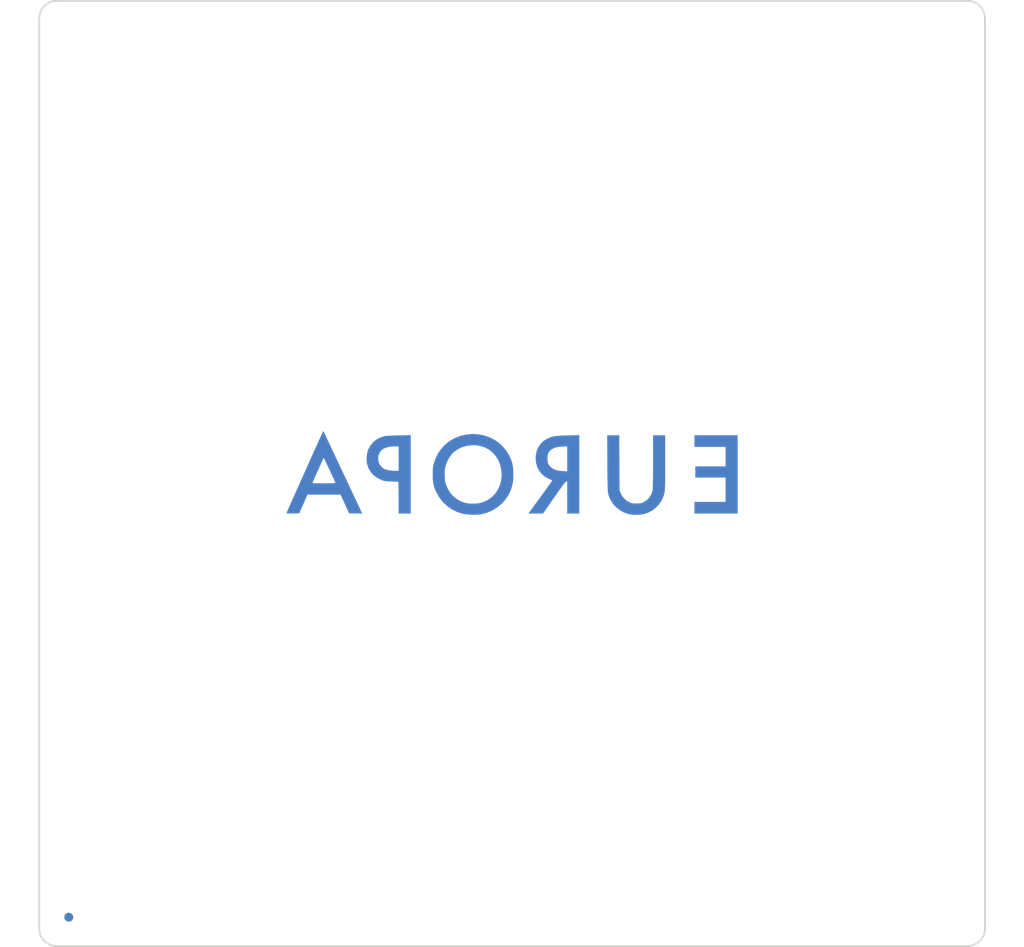
<source format=kicad_pcb>
(kicad_pcb (version 20171130) (host pcbnew "(5.1.6)-1")

  (general
    (thickness 1.6)
    (drawings 8)
    (tracks 0)
    (zones 0)
    (modules 10)
    (nets 2)
  )

  (page A4)
  (layers
    (0 F.Cu signal)
    (31 B.Cu signal)
    (32 B.Adhes user)
    (33 F.Adhes user)
    (34 B.Paste user)
    (35 F.Paste user)
    (36 B.SilkS user)
    (37 F.SilkS user)
    (38 B.Mask user)
    (39 F.Mask user)
    (40 Dwgs.User user)
    (41 Cmts.User user)
    (42 Eco1.User user)
    (43 Eco2.User user)
    (44 Edge.Cuts user)
    (45 Margin user)
    (46 B.CrtYd user)
    (47 F.CrtYd user)
    (48 B.Fab user)
    (49 F.Fab user)
  )

  (setup
    (last_trace_width 0.25)
    (trace_clearance 0.2)
    (zone_clearance 0.508)
    (zone_45_only no)
    (trace_min 0.2)
    (via_size 0.8)
    (via_drill 0.4)
    (via_min_size 0.4)
    (via_min_drill 0.3)
    (uvia_size 0.3)
    (uvia_drill 0.1)
    (uvias_allowed no)
    (uvia_min_size 0.2)
    (uvia_min_drill 0.1)
    (edge_width 0.05)
    (segment_width 0.2)
    (pcb_text_width 0.3)
    (pcb_text_size 1.5 1.5)
    (mod_edge_width 0.12)
    (mod_text_size 1 1)
    (mod_text_width 0.15)
    (pad_size 1.524 1.524)
    (pad_drill 0.762)
    (pad_to_mask_clearance 0.051)
    (solder_mask_min_width 0.25)
    (aux_axis_origin 0 0)
    (visible_elements 7FFFFFFF)
    (pcbplotparams
      (layerselection 0x010f0_ffffffff)
      (usegerberextensions true)
      (usegerberattributes false)
      (usegerberadvancedattributes false)
      (creategerberjobfile false)
      (excludeedgelayer true)
      (linewidth 0.100000)
      (plotframeref false)
      (viasonmask false)
      (mode 1)
      (useauxorigin false)
      (hpglpennumber 1)
      (hpglpenspeed 20)
      (hpglpendiameter 15.000000)
      (psnegative false)
      (psa4output false)
      (plotreference true)
      (plotvalue true)
      (plotinvisibletext false)
      (padsonsilk false)
      (subtractmaskfromsilk true)
      (outputformat 1)
      (mirror false)
      (drillshape 0)
      (scaleselection 1)
      (outputdirectory "Gerbers/"))
  )

  (net 0 "")
  (net 1 GND)

  (net_class Default "Ceci est la Netclass par défaut."
    (clearance 0.2)
    (trace_width 0.25)
    (via_dia 0.8)
    (via_drill 0.4)
    (uvia_dia 0.3)
    (uvia_drill 0.1)
    (add_net GND)
  )

  (module MountingHole:MountingHole_3.2mm_M3 (layer F.Cu) (tedit 56D1B4CB) (tstamp 5F4156F2)
    (at 110.37125 97.7275)
    (descr "Mounting Hole 3.2mm, no annular, M3")
    (tags "mounting hole 3.2mm no annular m3")
    (attr virtual)
    (fp_text reference REF** (at 0 -4.2) (layer Dwgs.User)
      (effects (font (size 1 1) (thickness 0.15)))
    )
    (fp_text value MountingHole_3.2mm_M3 (at 0 4.2) (layer F.Fab)
      (effects (font (size 1 1) (thickness 0.15)))
    )
    (fp_text user %R (at 0.3 0) (layer F.Fab)
      (effects (font (size 1 1) (thickness 0.15)))
    )
    (fp_circle (center 0 0) (end 3.2 0) (layer Cmts.User) (width 0.15))
    (fp_circle (center 0 0) (end 3.45 0) (layer F.CrtYd) (width 0.05))
    (pad 1 np_thru_hole circle (at 0 0) (size 3.2 3.2) (drill 3.2) (layers *.Cu *.Mask))
  )

  (module MountingHole:MountingHole_3.2mm_M3 (layer F.Cu) (tedit 56D1B4CB) (tstamp 5F4156C6)
    (at 110.37125 146.7275)
    (descr "Mounting Hole 3.2mm, no annular, M3")
    (tags "mounting hole 3.2mm no annular m3")
    (attr virtual)
    (fp_text reference REF** (at 0 -4.2) (layer Dwgs.User)
      (effects (font (size 1 1) (thickness 0.15)))
    )
    (fp_text value MountingHole_3.2mm_M3 (at 0 4.2) (layer F.Fab)
      (effects (font (size 1 1) (thickness 0.15)))
    )
    (fp_text user %R (at 0.3 0) (layer F.Fab)
      (effects (font (size 1 1) (thickness 0.15)))
    )
    (fp_circle (center 0 0) (end 3.2 0) (layer Cmts.User) (width 0.15))
    (fp_circle (center 0 0) (end 3.45 0) (layer F.CrtYd) (width 0.05))
    (pad 1 np_thru_hole circle (at 0 0) (size 3.2 3.2) (drill 3.2) (layers *.Cu *.Mask))
  )

  (module MountingHole:MountingHole_3.2mm_M3 (layer F.Cu) (tedit 56D1B4CB) (tstamp 5F41569A)
    (at 159.37125 146.7275)
    (descr "Mounting Hole 3.2mm, no annular, M3")
    (tags "mounting hole 3.2mm no annular m3")
    (attr virtual)
    (fp_text reference REF** (at 0 -4.2) (layer Dwgs.User)
      (effects (font (size 1 1) (thickness 0.15)))
    )
    (fp_text value MountingHole_3.2mm_M3 (at 0 4.2) (layer F.Fab)
      (effects (font (size 1 1) (thickness 0.15)))
    )
    (fp_text user %R (at 0.3 0) (layer F.Fab)
      (effects (font (size 1 1) (thickness 0.15)))
    )
    (fp_circle (center 0 0) (end 3.2 0) (layer Cmts.User) (width 0.15))
    (fp_circle (center 0 0) (end 3.45 0) (layer F.CrtYd) (width 0.05))
    (pad 1 np_thru_hole circle (at 0 0) (size 3.2 3.2) (drill 3.2) (layers *.Cu *.Mask))
  )

  (module MountingHole:MountingHole_3.2mm_M3 (layer F.Cu) (tedit 56D1B4CB) (tstamp 5F41566E)
    (at 208.37125 146.7275)
    (descr "Mounting Hole 3.2mm, no annular, M3")
    (tags "mounting hole 3.2mm no annular m3")
    (attr virtual)
    (fp_text reference REF** (at 0 -4.2) (layer Dwgs.User)
      (effects (font (size 1 1) (thickness 0.15)))
    )
    (fp_text value MountingHole_3.2mm_M3 (at 0 4.2) (layer F.Fab)
      (effects (font (size 1 1) (thickness 0.15)))
    )
    (fp_text user %R (at 0.3 0) (layer F.Fab)
      (effects (font (size 1 1) (thickness 0.15)))
    )
    (fp_circle (center 0 0) (end 3.2 0) (layer Cmts.User) (width 0.15))
    (fp_circle (center 0 0) (end 3.45 0) (layer F.CrtYd) (width 0.05))
    (pad 1 np_thru_hole circle (at 0 0) (size 3.2 3.2) (drill 3.2) (layers *.Cu *.Mask))
  )

  (module MountingHole:MountingHole_3.2mm_M3 (layer F.Cu) (tedit 56D1B4CB) (tstamp 5F415642)
    (at 208.37125 97.7275)
    (descr "Mounting Hole 3.2mm, no annular, M3")
    (tags "mounting hole 3.2mm no annular m3")
    (attr virtual)
    (fp_text reference REF** (at 0 -4.2) (layer Dwgs.User)
      (effects (font (size 1 1) (thickness 0.15)))
    )
    (fp_text value MountingHole_3.2mm_M3 (at 0 4.2) (layer F.Fab)
      (effects (font (size 1 1) (thickness 0.15)))
    )
    (fp_text user %R (at 0.3 0) (layer F.Fab)
      (effects (font (size 1 1) (thickness 0.15)))
    )
    (fp_circle (center 0 0) (end 3.2 0) (layer Cmts.User) (width 0.15))
    (fp_circle (center 0 0) (end 3.45 0) (layer F.CrtYd) (width 0.05))
    (pad 1 np_thru_hole circle (at 0 0) (size 3.2 3.2) (drill 3.2) (layers *.Cu *.Mask))
  )

  (module MountingHole:MountingHole_3.2mm_M3 (layer F.Cu) (tedit 56D1B4CB) (tstamp 5F415616)
    (at 208.37125 48.7275)
    (descr "Mounting Hole 3.2mm, no annular, M3")
    (tags "mounting hole 3.2mm no annular m3")
    (attr virtual)
    (fp_text reference REF** (at 0 -4.2) (layer Dwgs.User)
      (effects (font (size 1 1) (thickness 0.15)))
    )
    (fp_text value MountingHole_3.2mm_M3 (at 0 4.2) (layer F.Fab)
      (effects (font (size 1 1) (thickness 0.15)))
    )
    (fp_text user %R (at 0.3 0) (layer F.Fab)
      (effects (font (size 1 1) (thickness 0.15)))
    )
    (fp_circle (center 0 0) (end 3.2 0) (layer Cmts.User) (width 0.15))
    (fp_circle (center 0 0) (end 3.45 0) (layer F.CrtYd) (width 0.05))
    (pad 1 np_thru_hole circle (at 0 0) (size 3.2 3.2) (drill 3.2) (layers *.Cu *.Mask))
  )

  (module MountingHole:MountingHole_3.2mm_M3 (layer F.Cu) (tedit 56D1B4CB) (tstamp 5F4155E0)
    (at 159.37125 48.7275)
    (descr "Mounting Hole 3.2mm, no annular, M3")
    (tags "mounting hole 3.2mm no annular m3")
    (attr virtual)
    (fp_text reference REF** (at 0 -4.2) (layer Dwgs.User)
      (effects (font (size 1 1) (thickness 0.15)))
    )
    (fp_text value MountingHole_3.2mm_M3 (at 0 4.2) (layer F.Fab)
      (effects (font (size 1 1) (thickness 0.15)))
    )
    (fp_text user %R (at 0.3 0) (layer F.Fab)
      (effects (font (size 1 1) (thickness 0.15)))
    )
    (fp_circle (center 0 0) (end 3.2 0) (layer Cmts.User) (width 0.15))
    (fp_circle (center 0 0) (end 3.45 0) (layer F.CrtYd) (width 0.05))
    (pad 1 np_thru_hole circle (at 0 0) (size 3.2 3.2) (drill 3.2) (layers *.Cu *.Mask))
  )

  (module MountingHole:MountingHole_3.2mm_M3 (layer F.Cu) (tedit 56D1B4CB) (tstamp 5F415408)
    (at 110.37125 48.7275)
    (descr "Mounting Hole 3.2mm, no annular, M3")
    (tags "mounting hole 3.2mm no annular m3")
    (attr virtual)
    (fp_text reference REF** (at 0 -4.2) (layer Dwgs.User)
      (effects (font (size 1 1) (thickness 0.15)))
    )
    (fp_text value MountingHole_3.2mm_M3 (at 0 4.2) (layer F.Fab)
      (effects (font (size 1 1) (thickness 0.15)))
    )
    (fp_text user %R (at 0.3 0) (layer F.Fab)
      (effects (font (size 1 1) (thickness 0.15)))
    )
    (fp_circle (center 0 0) (end 3.2 0) (layer Cmts.User) (width 0.15))
    (fp_circle (center 0 0) (end 3.45 0) (layer F.CrtYd) (width 0.05))
    (pad 1 np_thru_hole circle (at 0 0) (size 3.2 3.2) (drill 3.2) (layers *.Cu *.Mask))
  )

  (module Logos:Europa_Logo_136,5mm (layer B.Cu) (tedit 5F413AE8) (tstamp 5F41532A)
    (at 159.37125 97.63125 180)
    (fp_text reference G*** (at 0 0) (layer B.SilkS) hide
      (effects (font (size 1.524 1.524) (thickness 0.3)) (justify mirror))
    )
    (fp_text value LOGO (at 0.75 0) (layer B.SilkS) hide
      (effects (font (size 1.524 1.524) (thickness 0.3)) (justify mirror))
    )
    (fp_poly (pts (xy 21.582163 4.718531) (xy 21.642012 4.589986) (xy 21.736444 4.383689) (xy 21.862086 4.107173)
      (xy 22.015569 3.76797) (xy 22.19352 3.373612) (xy 22.392569 2.931631) (xy 22.609345 2.449559)
      (xy 22.840477 1.93493) (xy 23.082593 1.395275) (xy 23.332322 0.838126) (xy 23.586293 0.271016)
      (xy 23.841136 -0.298523) (xy 24.093479 -0.862959) (xy 24.33995 -1.41476) (xy 24.57718 -1.946393)
      (xy 24.801796 -2.450325) (xy 25.010427 -2.919026) (xy 25.199704 -3.344962) (xy 25.366253 -3.720601)
      (xy 25.506705 -4.038411) (xy 25.617688 -4.29086) (xy 25.695831 -4.470415) (xy 25.737763 -4.569545)
      (xy 25.743983 -4.586133) (xy 25.746777 -4.621382) (xy 25.723167 -4.645528) (xy 25.658402 -4.660164)
      (xy 25.537735 -4.666882) (xy 25.346416 -4.667275) (xy 25.069696 -4.662935) (xy 25.038332 -4.662333)
      (xy 24.308465 -4.6482) (xy 23.374633 -2.5146) (xy 19.585112 -2.5146) (xy 18.609458 -4.6482)
      (xy 17.866235 -4.662248) (xy 17.123011 -4.676296) (xy 17.31751 -4.255848) (xy 17.381511 -4.118261)
      (xy 17.481409 -3.904518) (xy 17.613641 -3.622193) (xy 17.774641 -3.278863) (xy 17.960846 -2.882103)
      (xy 18.168692 -2.439489) (xy 18.394613 -1.958596) (xy 18.635046 -1.447001) (xy 18.752914 -1.196278)
      (xy 20.1676 -1.196278) (xy 20.216176 -1.202427) (xy 20.353014 -1.207953) (xy 20.564775 -1.212624)
      (xy 20.838121 -1.216209) (xy 21.159715 -1.218476) (xy 21.4884 -1.2192) (xy 21.842734 -1.218617)
      (xy 22.161153 -1.216975) (xy 22.430318 -1.214434) (xy 22.636891 -1.211155) (xy 22.767534 -1.207297)
      (xy 22.8092 -1.203353) (xy 22.789359 -1.145129) (xy 22.733903 -1.009894) (xy 22.648927 -0.811214)
      (xy 22.540526 -0.562655) (xy 22.414797 -0.277782) (xy 22.277836 0.029841) (xy 22.135739 0.346647)
      (xy 21.994602 0.659071) (xy 21.860521 0.953549) (xy 21.739591 1.216515) (xy 21.63791 1.434403)
      (xy 21.561572 1.593649) (xy 21.516674 1.680687) (xy 21.507672 1.692895) (xy 21.480758 1.647172)
      (xy 21.41814 1.522506) (xy 21.326113 1.332466) (xy 21.210971 1.090623) (xy 21.079007 0.810547)
      (xy 20.936517 0.505808) (xy 20.789793 0.189975) (xy 20.645131 -0.123382) (xy 20.508824 -0.420691)
      (xy 20.387167 -0.688383) (xy 20.286453 -0.912889) (xy 20.212976 -1.080637) (xy 20.173032 -1.178059)
      (xy 20.1676 -1.196278) (xy 18.752914 -1.196278) (xy 18.886426 -0.912278) (xy 19.145189 -0.362004)
      (xy 19.40777 0.196246) (xy 19.670606 0.754896) (xy 19.930132 1.306371) (xy 20.182784 1.843094)
      (xy 20.424997 2.35749) (xy 20.653206 2.841984) (xy 20.863849 3.288999) (xy 21.05336 3.690961)
      (xy 21.218175 4.040293) (xy 21.35473 4.329419) (xy 21.45946 4.550765) (xy 21.528801 4.696754)
      (xy 21.559189 4.75981) (xy 21.560267 4.761792) (xy 21.582163 4.718531)) (layer B.Mask) (width 0.01))
    (fp_poly (pts (xy 12.9413 4.251385) (xy 13.316062 4.241847) (xy 13.668906 4.229702) (xy 13.983558 4.215755)
      (xy 14.243746 4.200815) (xy 14.433194 4.185687) (xy 14.529503 4.172638) (xy 15.045851 4.013705)
      (xy 15.495971 3.778697) (xy 15.877935 3.469228) (xy 16.189818 3.086913) (xy 16.429692 2.633368)
      (xy 16.462153 2.551966) (xy 16.534521 2.290047) (xy 16.583086 1.966056) (xy 16.605403 1.617251)
      (xy 16.599026 1.280891) (xy 16.563711 1.004625) (xy 16.417441 0.542605) (xy 16.183224 0.123908)
      (xy 15.868383 -0.243458) (xy 15.480237 -0.551482) (xy 15.026106 -0.792154) (xy 14.864183 -0.855013)
      (xy 14.698591 -0.908657) (xy 14.534885 -0.947492) (xy 14.348335 -0.974985) (xy 14.114209 -0.994601)
      (xy 13.807777 -1.009809) (xy 13.7414 -1.012408) (xy 12.9794 -1.0414) (xy 12.952716 -4.6736)
      (xy 11.5824 -4.6736) (xy 11.5824 2.9972) (xy 12.954 2.9972) (xy 12.954 0.2032)
      (xy 13.3731 0.204083) (xy 13.628374 0.214205) (xy 13.89857 0.239935) (xy 14.126179 0.275758)
      (xy 14.130719 0.276713) (xy 14.408137 0.346801) (xy 14.618299 0.431581) (xy 14.795527 0.54788)
      (xy 14.930365 0.668732) (xy 15.141731 0.944335) (xy 15.26449 1.268014) (xy 15.297527 1.568628)
      (xy 15.261283 1.953035) (xy 15.147753 2.275805) (xy 14.955704 2.537856) (xy 14.683904 2.740104)
      (xy 14.33112 2.883467) (xy 13.89612 2.96886) (xy 13.377669 2.9972) (xy 12.954 2.9972)
      (xy 11.5824 2.9972) (xy 11.5824 4.279847) (xy 12.9413 4.251385)) (layer B.Mask) (width 0.01))
    (fp_poly (pts (xy 5.211012 4.350881) (xy 5.888074 4.198663) (xy 6.516465 3.959532) (xy 7.090703 3.63839)
      (xy 7.605303 3.240137) (xy 8.05478 2.769675) (xy 8.433652 2.231905) (xy 8.736433 1.631728)
      (xy 8.947772 1.011313) (xy 8.993812 0.824369) (xy 9.025856 0.647024) (xy 9.046204 0.454105)
      (xy 9.057156 0.22044) (xy 9.061012 -0.079144) (xy 9.061073 -0.2286) (xy 9.051888 -0.677077)
      (xy 9.022185 -1.052858) (xy 8.965957 -1.383803) (xy 8.877198 -1.697774) (xy 8.749901 -2.022632)
      (xy 8.609613 -2.322645) (xy 8.269889 -2.90056) (xy 7.854001 -3.414396) (xy 7.368921 -3.858477)
      (xy 6.821622 -4.227128) (xy 6.219074 -4.514672) (xy 5.715 -4.67906) (xy 5.415193 -4.738535)
      (xy 5.047972 -4.781058) (xy 4.645962 -4.805506) (xy 4.241786 -4.810756) (xy 3.868071 -4.795688)
      (xy 3.557441 -4.759177) (xy 3.5306 -4.754206) (xy 2.870139 -4.578061) (xy 2.255504 -4.316389)
      (xy 1.693956 -3.974558) (xy 1.192757 -3.557937) (xy 0.759168 -3.071895) (xy 0.400452 -2.521801)
      (xy 0.329713 -2.3876) (xy 0.121609 -1.916729) (xy -0.023752 -1.442436) (xy -0.110933 -0.941102)
      (xy -0.1445 -0.38911) (xy -0.144461 -0.386228) (xy 1.197414 -0.386228) (xy 1.263772 -0.956161)
      (xy 1.414022 -1.490662) (xy 1.643017 -1.981695) (xy 1.945612 -2.421226) (xy 2.316661 -2.801218)
      (xy 2.751018 -3.113636) (xy 3.243536 -3.350445) (xy 3.566948 -3.453452) (xy 3.909909 -3.516818)
      (xy 4.306379 -3.548125) (xy 4.714676 -3.546806) (xy 5.093114 -3.512291) (xy 5.282429 -3.476855)
      (xy 5.813549 -3.301523) (xy 6.293716 -3.040748) (xy 6.716829 -2.700249) (xy 7.076791 -2.285746)
      (xy 7.367501 -1.802957) (xy 7.554593 -1.3462) (xy 7.61063 -1.1667) (xy 7.64901 -1.006758)
      (xy 7.673113 -0.839084) (xy 7.686318 -0.636386) (xy 7.692005 -0.371374) (xy 7.692993 -0.2286)
      (xy 7.69262 0.066323) (xy 7.686105 0.287532) (xy 7.669972 0.462879) (xy 7.64074 0.620217)
      (xy 7.594933 0.787398) (xy 7.547514 0.936278) (xy 7.364139 1.381072) (xy 7.119121 1.803231)
      (xy 6.831461 2.172896) (xy 6.639593 2.363016) (xy 6.22449 2.663821) (xy 5.7508 2.894148)
      (xy 5.236165 3.050688) (xy 4.69823 3.13013) (xy 4.15464 3.129162) (xy 3.623037 3.044474)
      (xy 3.381278 2.974449) (xy 3.015177 2.834659) (xy 2.711218 2.675354) (xy 2.430007 2.473429)
      (xy 2.232275 2.30054) (xy 1.860793 1.888276) (xy 1.568426 1.414659) (xy 1.357908 0.885332)
      (xy 1.231971 0.305935) (xy 1.220095 0.211102) (xy 1.197414 -0.386228) (xy -0.144461 -0.386228)
      (xy -0.13871 0.035731) (xy -0.108677 0.498139) (xy -0.052312 0.892993) (xy 0.038085 1.252614)
      (xy 0.170212 1.609325) (xy 0.306536 1.905) (xy 0.640484 2.472152) (xy 1.047957 2.974999)
      (xy 1.520587 3.409369) (xy 2.050004 3.771086) (xy 2.627837 4.055977) (xy 3.245717 4.259868)
      (xy 3.895274 4.378584) (xy 4.568138 4.407953) (xy 5.211012 4.350881)) (layer B.Mask) (width 0.01))
    (fp_poly (pts (xy -6.3881 4.25149) (xy -5.897996 4.237312) (xy -5.494353 4.219049) (xy -5.162045 4.194342)
      (xy -4.885949 4.160831) (xy -4.650938 4.116156) (xy -4.441889 4.057958) (xy -4.243677 3.983877)
      (xy -4.041177 3.891553) (xy -4.022597 3.882452) (xy -3.604267 3.623647) (xy -3.260977 3.298275)
      (xy -2.995707 2.911391) (xy -2.811436 2.46805) (xy -2.711145 1.973309) (xy -2.6924 1.625601)
      (xy -2.738558 1.111144) (xy -2.873279 0.635998) (xy -3.090934 0.20839) (xy -3.385896 -0.163451)
      (xy -3.752537 -0.471299) (xy -4.185227 -0.706926) (xy -4.325485 -0.761733) (xy -4.470636 -0.822587)
      (xy -4.564403 -0.879054) (xy -4.585384 -0.910133) (xy -4.553749 -0.960929) (xy -4.468408 -1.084789)
      (xy -4.335717 -1.272827) (xy -4.162028 -1.516157) (xy -3.953696 -1.805895) (xy -3.717075 -2.133156)
      (xy -3.458518 -2.489054) (xy -3.339575 -2.652249) (xy -3.068746 -3.023601) (xy -2.812794 -3.374797)
      (xy -2.578781 -3.696132) (xy -2.373766 -3.9779) (xy -2.204809 -4.210397) (xy -2.078971 -4.383917)
      (xy -2.003311 -4.488755) (xy -1.989233 -4.5085) (xy -1.872682 -4.6736) (xy -3.5306 -4.672462)
      (xy -4.8006 -2.8463) (xy -5.117177 -2.392374) (xy -5.381747 -2.016184) (xy -5.599191 -1.711287)
      (xy -5.774388 -1.471236) (xy -5.912219 -1.289587) (xy -6.017562 -1.159895) (xy -6.095299 -1.075716)
      (xy -6.150308 -1.030605) (xy -6.1849 -1.018068) (xy -6.2992 -1.016) (xy -6.2992 -4.6736)
      (xy -7.6708 -4.6736) (xy -7.6708 0.137053) (xy -6.2992 0.137053) (xy -5.8039 0.168123)
      (xy -5.554582 0.19023) (xy -5.311435 0.22276) (xy -5.11394 0.26005) (xy -5.0546 0.275618)
      (xy -4.702448 0.421338) (xy -4.411903 0.623467) (xy -4.199609 0.870128) (xy -4.182752 0.897759)
      (xy -4.112067 1.028508) (xy -4.069045 1.147331) (xy -4.046995 1.28684) (xy -4.039224 1.479648)
      (xy -4.0386 1.6002) (xy -4.054889 1.92594) (xy -4.11032 2.17816) (xy -4.214745 2.380627)
      (xy -4.378012 2.557106) (xy -4.464416 2.627598) (xy -4.686988 2.767258) (xy -4.948549 2.86871)
      (xy -5.267954 2.937154) (xy -5.664057 2.97779) (xy -5.7531 2.982983) (xy -6.2992 3.011589)
      (xy -6.2992 0.137053) (xy -7.6708 0.137053) (xy -7.6708 4.282276) (xy -6.3881 4.25149)) (layer B.Mask) (width 0.01))
    (fp_poly (pts (xy -10.883465 1.0541) (xy -10.887195 0.377229) (xy -10.890846 -0.206527) (xy -10.895188 -0.70565)
      (xy -10.900992 -1.128621) (xy -10.909029 -1.483921) (xy -10.920068 -1.780032) (xy -10.934881 -2.025435)
      (xy -10.954238 -2.228612) (xy -10.97891 -2.398045) (xy -11.009667 -2.542213) (xy -11.047279 -2.6696)
      (xy -11.092518 -2.788687) (xy -11.146154 -2.907954) (xy -11.208957 -3.035884) (xy -11.265229 -3.147989)
      (xy -11.533118 -3.574164) (xy -11.881295 -3.956381) (xy -12.293514 -4.28237) (xy -12.753531 -4.539859)
      (xy -13.245101 -4.716577) (xy -13.3858 -4.749832) (xy -13.740073 -4.799763) (xy -14.14401 -4.818107)
      (xy -14.552029 -4.804944) (xy -14.918553 -4.760356) (xy -14.986 -4.747004) (xy -15.501738 -4.586252)
      (xy -15.978899 -4.339298) (xy -16.407075 -4.016599) (xy -16.775857 -3.628611) (xy -17.074836 -3.185791)
      (xy -17.293605 -2.698596) (xy -17.395601 -2.326241) (xy -17.412514 -2.229882) (xy -17.426929 -2.114611)
      (xy -17.439033 -1.972201) (xy -17.449015 -1.794422) (xy -17.457061 -1.573048) (xy -17.463359 -1.299849)
      (xy -17.468098 -0.966597) (xy -17.471463 -0.565065) (xy -17.473644 -0.087023) (xy -17.474827 0.475756)
      (xy -17.4752 1.131501) (xy -17.4752 4.2672) (xy -16.1036 4.2672) (xy -16.1036 1.247101)
      (xy -16.102641 0.492217) (xy -16.099746 -0.162459) (xy -16.094892 -0.718302) (xy -16.088055 -1.176686)
      (xy -16.079211 -1.538986) (xy -16.068336 -1.806575) (xy -16.055406 -1.980828) (xy -16.046432 -2.042199)
      (xy -15.907971 -2.469803) (xy -15.688268 -2.837385) (xy -15.390049 -3.141423) (xy -15.016039 -3.378397)
      (xy -15.010293 -3.381214) (xy -14.857011 -3.451136) (xy -14.72319 -3.495015) (xy -14.576311 -3.518817)
      (xy -14.383859 -3.528504) (xy -14.1986 -3.530088) (xy -13.950963 -3.527161) (xy -13.771248 -3.513815)
      (xy -13.625876 -3.48409) (xy -13.481268 -3.432021) (xy -13.371474 -3.383232) (xy -13.035716 -3.177735)
      (xy -12.738996 -2.898826) (xy -12.504433 -2.571374) (xy -12.389928 -2.327471) (xy -12.271451 -2.0066)
      (xy -12.237783 4.2672) (xy -11.551717 4.2672) (xy -10.865652 4.267201) (xy -10.883465 1.0541)) (layer B.Mask) (width 0.01))
    (fp_poly (pts (xy -20.828 2.9464) (xy -24.384 2.9464) (xy -24.384 0.7112) (xy -20.9296 0.7112)
      (xy -20.9296 -0.5588) (xy -24.384 -0.5588) (xy -24.384 -3.3528) (xy -20.828 -3.3528)
      (xy -20.828 -4.6736) (xy -25.7556 -4.6736) (xy -25.7556 4.2672) (xy -20.828 4.2672)
      (xy -20.828 2.9464)) (layer B.Mask) (width 0.01))
    (fp_poly (pts (xy 27.7876 8.2042) (xy 27.7622 8.1788) (xy 27.7368 8.2042) (xy 27.7622 8.2296)
      (xy 27.7876 8.2042)) (layer B.SilkS) (width 0.01))
    (fp_poly (pts (xy 21.582163 4.718531) (xy 21.642012 4.589986) (xy 21.736444 4.383689) (xy 21.862086 4.107173)
      (xy 22.015569 3.76797) (xy 22.19352 3.373612) (xy 22.392569 2.931631) (xy 22.609345 2.449559)
      (xy 22.840477 1.93493) (xy 23.082593 1.395275) (xy 23.332322 0.838126) (xy 23.586293 0.271016)
      (xy 23.841136 -0.298523) (xy 24.093479 -0.862959) (xy 24.33995 -1.41476) (xy 24.57718 -1.946393)
      (xy 24.801796 -2.450325) (xy 25.010427 -2.919026) (xy 25.199704 -3.344962) (xy 25.366253 -3.720601)
      (xy 25.506705 -4.038411) (xy 25.617688 -4.29086) (xy 25.695831 -4.470415) (xy 25.737763 -4.569545)
      (xy 25.743983 -4.586133) (xy 25.746777 -4.621382) (xy 25.723167 -4.645528) (xy 25.658402 -4.660164)
      (xy 25.537735 -4.666882) (xy 25.346416 -4.667275) (xy 25.069696 -4.662935) (xy 25.038332 -4.662333)
      (xy 24.308465 -4.6482) (xy 23.374633 -2.5146) (xy 19.585112 -2.5146) (xy 18.609458 -4.6482)
      (xy 17.866235 -4.662248) (xy 17.123011 -4.676296) (xy 17.31751 -4.255848) (xy 17.381511 -4.118261)
      (xy 17.481409 -3.904518) (xy 17.613641 -3.622193) (xy 17.774641 -3.278863) (xy 17.960846 -2.882103)
      (xy 18.168692 -2.439489) (xy 18.394613 -1.958596) (xy 18.635046 -1.447001) (xy 18.752914 -1.196278)
      (xy 20.1676 -1.196278) (xy 20.216176 -1.202427) (xy 20.353014 -1.207953) (xy 20.564775 -1.212624)
      (xy 20.838121 -1.216209) (xy 21.159715 -1.218476) (xy 21.4884 -1.2192) (xy 21.842734 -1.218617)
      (xy 22.161153 -1.216975) (xy 22.430318 -1.214434) (xy 22.636891 -1.211155) (xy 22.767534 -1.207297)
      (xy 22.8092 -1.203353) (xy 22.789359 -1.145129) (xy 22.733903 -1.009894) (xy 22.648927 -0.811214)
      (xy 22.540526 -0.562655) (xy 22.414797 -0.277782) (xy 22.277836 0.029841) (xy 22.135739 0.346647)
      (xy 21.994602 0.659071) (xy 21.860521 0.953549) (xy 21.739591 1.216515) (xy 21.63791 1.434403)
      (xy 21.561572 1.593649) (xy 21.516674 1.680687) (xy 21.507672 1.692895) (xy 21.480758 1.647172)
      (xy 21.41814 1.522506) (xy 21.326113 1.332466) (xy 21.210971 1.090623) (xy 21.079007 0.810547)
      (xy 20.936517 0.505808) (xy 20.789793 0.189975) (xy 20.645131 -0.123382) (xy 20.508824 -0.420691)
      (xy 20.387167 -0.688383) (xy 20.286453 -0.912889) (xy 20.212976 -1.080637) (xy 20.173032 -1.178059)
      (xy 20.1676 -1.196278) (xy 18.752914 -1.196278) (xy 18.886426 -0.912278) (xy 19.145189 -0.362004)
      (xy 19.40777 0.196246) (xy 19.670606 0.754896) (xy 19.930132 1.306371) (xy 20.182784 1.843094)
      (xy 20.424997 2.35749) (xy 20.653206 2.841984) (xy 20.863849 3.288999) (xy 21.05336 3.690961)
      (xy 21.218175 4.040293) (xy 21.35473 4.329419) (xy 21.45946 4.550765) (xy 21.528801 4.696754)
      (xy 21.559189 4.75981) (xy 21.560267 4.761792) (xy 21.582163 4.718531)) (layer B.Cu) (width 0.01))
    (fp_poly (pts (xy 12.9413 4.251385) (xy 13.316062 4.241847) (xy 13.668906 4.229702) (xy 13.983558 4.215755)
      (xy 14.243746 4.200815) (xy 14.433194 4.185687) (xy 14.529503 4.172638) (xy 15.045851 4.013705)
      (xy 15.495971 3.778697) (xy 15.877935 3.469228) (xy 16.189818 3.086913) (xy 16.429692 2.633368)
      (xy 16.462153 2.551966) (xy 16.534521 2.290047) (xy 16.583086 1.966056) (xy 16.605403 1.617251)
      (xy 16.599026 1.280891) (xy 16.563711 1.004625) (xy 16.417441 0.542605) (xy 16.183224 0.123908)
      (xy 15.868383 -0.243458) (xy 15.480237 -0.551482) (xy 15.026106 -0.792154) (xy 14.864183 -0.855013)
      (xy 14.698591 -0.908657) (xy 14.534885 -0.947492) (xy 14.348335 -0.974985) (xy 14.114209 -0.994601)
      (xy 13.807777 -1.009809) (xy 13.7414 -1.012408) (xy 12.9794 -1.0414) (xy 12.952716 -4.6736)
      (xy 11.5824 -4.6736) (xy 11.5824 2.9972) (xy 12.954 2.9972) (xy 12.954 0.2032)
      (xy 13.3731 0.204083) (xy 13.628374 0.214205) (xy 13.89857 0.239935) (xy 14.126179 0.275758)
      (xy 14.130719 0.276713) (xy 14.408137 0.346801) (xy 14.618299 0.431581) (xy 14.795527 0.54788)
      (xy 14.930365 0.668732) (xy 15.141731 0.944335) (xy 15.26449 1.268014) (xy 15.297527 1.568628)
      (xy 15.261283 1.953035) (xy 15.147753 2.275805) (xy 14.955704 2.537856) (xy 14.683904 2.740104)
      (xy 14.33112 2.883467) (xy 13.89612 2.96886) (xy 13.377669 2.9972) (xy 12.954 2.9972)
      (xy 11.5824 2.9972) (xy 11.5824 4.279847) (xy 12.9413 4.251385)) (layer B.Cu) (width 0.01))
    (fp_poly (pts (xy -6.3881 4.25149) (xy -5.897996 4.237312) (xy -5.494353 4.219049) (xy -5.162045 4.194342)
      (xy -4.885949 4.160831) (xy -4.650938 4.116156) (xy -4.441889 4.057958) (xy -4.243677 3.983877)
      (xy -4.041177 3.891553) (xy -4.022597 3.882452) (xy -3.604267 3.623647) (xy -3.260977 3.298275)
      (xy -2.995707 2.911391) (xy -2.811436 2.46805) (xy -2.711145 1.973309) (xy -2.6924 1.625601)
      (xy -2.738558 1.111144) (xy -2.873279 0.635998) (xy -3.090934 0.20839) (xy -3.385896 -0.163451)
      (xy -3.752537 -0.471299) (xy -4.185227 -0.706926) (xy -4.325485 -0.761733) (xy -4.470636 -0.822587)
      (xy -4.564403 -0.879054) (xy -4.585384 -0.910133) (xy -4.553749 -0.960929) (xy -4.468408 -1.084789)
      (xy -4.335717 -1.272827) (xy -4.162028 -1.516157) (xy -3.953696 -1.805895) (xy -3.717075 -2.133156)
      (xy -3.458518 -2.489054) (xy -3.339575 -2.652249) (xy -3.068746 -3.023601) (xy -2.812794 -3.374797)
      (xy -2.578781 -3.696132) (xy -2.373766 -3.9779) (xy -2.204809 -4.210397) (xy -2.078971 -4.383917)
      (xy -2.003311 -4.488755) (xy -1.989233 -4.5085) (xy -1.872682 -4.6736) (xy -3.5306 -4.672462)
      (xy -4.8006 -2.8463) (xy -5.117177 -2.392374) (xy -5.381747 -2.016184) (xy -5.599191 -1.711287)
      (xy -5.774388 -1.471236) (xy -5.912219 -1.289587) (xy -6.017562 -1.159895) (xy -6.095299 -1.075716)
      (xy -6.150308 -1.030605) (xy -6.1849 -1.018068) (xy -6.2992 -1.016) (xy -6.2992 -4.6736)
      (xy -7.6708 -4.6736) (xy -7.6708 0.137053) (xy -6.2992 0.137053) (xy -5.8039 0.168123)
      (xy -5.554582 0.19023) (xy -5.311435 0.22276) (xy -5.11394 0.26005) (xy -5.0546 0.275618)
      (xy -4.702448 0.421338) (xy -4.411903 0.623467) (xy -4.199609 0.870128) (xy -4.182752 0.897759)
      (xy -4.112067 1.028508) (xy -4.069045 1.147331) (xy -4.046995 1.28684) (xy -4.039224 1.479648)
      (xy -4.0386 1.6002) (xy -4.054889 1.92594) (xy -4.11032 2.17816) (xy -4.214745 2.380627)
      (xy -4.378012 2.557106) (xy -4.464416 2.627598) (xy -4.686988 2.767258) (xy -4.948549 2.86871)
      (xy -5.267954 2.937154) (xy -5.664057 2.97779) (xy -5.7531 2.982983) (xy -6.2992 3.011589)
      (xy -6.2992 0.137053) (xy -7.6708 0.137053) (xy -7.6708 4.282276) (xy -6.3881 4.25149)) (layer B.Cu) (width 0.01))
    (fp_poly (pts (xy -20.828 2.9464) (xy -24.384 2.9464) (xy -24.384 0.7112) (xy -20.9296 0.7112)
      (xy -20.9296 -0.5588) (xy -24.384 -0.5588) (xy -24.384 -3.3528) (xy -20.828 -3.3528)
      (xy -20.828 -4.6736) (xy -25.7556 -4.6736) (xy -25.7556 4.2672) (xy -20.828 4.2672)
      (xy -20.828 2.9464)) (layer B.Cu) (width 0.01))
    (fp_poly (pts (xy 5.211012 4.350881) (xy 5.888074 4.198663) (xy 6.516465 3.959532) (xy 7.090703 3.63839)
      (xy 7.605303 3.240137) (xy 8.05478 2.769675) (xy 8.433652 2.231905) (xy 8.736433 1.631728)
      (xy 8.947772 1.011313) (xy 8.993812 0.824369) (xy 9.025856 0.647024) (xy 9.046204 0.454105)
      (xy 9.057156 0.22044) (xy 9.061012 -0.079144) (xy 9.061073 -0.2286) (xy 9.051888 -0.677077)
      (xy 9.022185 -1.052858) (xy 8.965957 -1.383803) (xy 8.877198 -1.697774) (xy 8.749901 -2.022632)
      (xy 8.609613 -2.322645) (xy 8.269889 -2.90056) (xy 7.854001 -3.414396) (xy 7.368921 -3.858477)
      (xy 6.821622 -4.227128) (xy 6.219074 -4.514672) (xy 5.715 -4.67906) (xy 5.415193 -4.738535)
      (xy 5.047972 -4.781058) (xy 4.645962 -4.805506) (xy 4.241786 -4.810756) (xy 3.868071 -4.795688)
      (xy 3.557441 -4.759177) (xy 3.5306 -4.754206) (xy 2.870139 -4.578061) (xy 2.255504 -4.316389)
      (xy 1.693956 -3.974558) (xy 1.192757 -3.557937) (xy 0.759168 -3.071895) (xy 0.400452 -2.521801)
      (xy 0.329713 -2.3876) (xy 0.121609 -1.916729) (xy -0.023752 -1.442436) (xy -0.110933 -0.941102)
      (xy -0.1445 -0.38911) (xy -0.144461 -0.386228) (xy 1.197414 -0.386228) (xy 1.263772 -0.956161)
      (xy 1.414022 -1.490662) (xy 1.643017 -1.981695) (xy 1.945612 -2.421226) (xy 2.316661 -2.801218)
      (xy 2.751018 -3.113636) (xy 3.243536 -3.350445) (xy 3.566948 -3.453452) (xy 3.909909 -3.516818)
      (xy 4.306379 -3.548125) (xy 4.714676 -3.546806) (xy 5.093114 -3.512291) (xy 5.282429 -3.476855)
      (xy 5.813549 -3.301523) (xy 6.293716 -3.040748) (xy 6.716829 -2.700249) (xy 7.076791 -2.285746)
      (xy 7.367501 -1.802957) (xy 7.554593 -1.3462) (xy 7.61063 -1.1667) (xy 7.64901 -1.006758)
      (xy 7.673113 -0.839084) (xy 7.686318 -0.636386) (xy 7.692005 -0.371374) (xy 7.692993 -0.2286)
      (xy 7.69262 0.066323) (xy 7.686105 0.287532) (xy 7.669972 0.462879) (xy 7.64074 0.620217)
      (xy 7.594933 0.787398) (xy 7.547514 0.936278) (xy 7.364139 1.381072) (xy 7.119121 1.803231)
      (xy 6.831461 2.172896) (xy 6.639593 2.363016) (xy 6.22449 2.663821) (xy 5.7508 2.894148)
      (xy 5.236165 3.050688) (xy 4.69823 3.13013) (xy 4.15464 3.129162) (xy 3.623037 3.044474)
      (xy 3.381278 2.974449) (xy 3.015177 2.834659) (xy 2.711218 2.675354) (xy 2.430007 2.473429)
      (xy 2.232275 2.30054) (xy 1.860793 1.888276) (xy 1.568426 1.414659) (xy 1.357908 0.885332)
      (xy 1.231971 0.305935) (xy 1.220095 0.211102) (xy 1.197414 -0.386228) (xy -0.144461 -0.386228)
      (xy -0.13871 0.035731) (xy -0.108677 0.498139) (xy -0.052312 0.892993) (xy 0.038085 1.252614)
      (xy 0.170212 1.609325) (xy 0.306536 1.905) (xy 0.640484 2.472152) (xy 1.047957 2.974999)
      (xy 1.520587 3.409369) (xy 2.050004 3.771086) (xy 2.627837 4.055977) (xy 3.245717 4.259868)
      (xy 3.895274 4.378584) (xy 4.568138 4.407953) (xy 5.211012 4.350881)) (layer B.Cu) (width 0.01))
    (fp_poly (pts (xy -10.883465 1.0541) (xy -10.887195 0.377229) (xy -10.890846 -0.206527) (xy -10.895188 -0.70565)
      (xy -10.900992 -1.128621) (xy -10.909029 -1.483921) (xy -10.920068 -1.780032) (xy -10.934881 -2.025435)
      (xy -10.954238 -2.228612) (xy -10.97891 -2.398045) (xy -11.009667 -2.542213) (xy -11.047279 -2.6696)
      (xy -11.092518 -2.788687) (xy -11.146154 -2.907954) (xy -11.208957 -3.035884) (xy -11.265229 -3.147989)
      (xy -11.533118 -3.574164) (xy -11.881295 -3.956381) (xy -12.293514 -4.28237) (xy -12.753531 -4.539859)
      (xy -13.245101 -4.716577) (xy -13.3858 -4.749832) (xy -13.740073 -4.799763) (xy -14.14401 -4.818107)
      (xy -14.552029 -4.804944) (xy -14.918553 -4.760356) (xy -14.986 -4.747004) (xy -15.501738 -4.586252)
      (xy -15.978899 -4.339298) (xy -16.407075 -4.016599) (xy -16.775857 -3.628611) (xy -17.074836 -3.185791)
      (xy -17.293605 -2.698596) (xy -17.395601 -2.326241) (xy -17.412514 -2.229882) (xy -17.426929 -2.114611)
      (xy -17.439033 -1.972201) (xy -17.449015 -1.794422) (xy -17.457061 -1.573048) (xy -17.463359 -1.299849)
      (xy -17.468098 -0.966597) (xy -17.471463 -0.565065) (xy -17.473644 -0.087023) (xy -17.474827 0.475756)
      (xy -17.4752 1.131501) (xy -17.4752 4.2672) (xy -16.1036 4.2672) (xy -16.1036 1.247101)
      (xy -16.102641 0.492217) (xy -16.099746 -0.162459) (xy -16.094892 -0.718302) (xy -16.088055 -1.176686)
      (xy -16.079211 -1.538986) (xy -16.068336 -1.806575) (xy -16.055406 -1.980828) (xy -16.046432 -2.042199)
      (xy -15.907971 -2.469803) (xy -15.688268 -2.837385) (xy -15.390049 -3.141423) (xy -15.016039 -3.378397)
      (xy -15.010293 -3.381214) (xy -14.857011 -3.451136) (xy -14.72319 -3.495015) (xy -14.576311 -3.518817)
      (xy -14.383859 -3.528504) (xy -14.1986 -3.530088) (xy -13.950963 -3.527161) (xy -13.771248 -3.513815)
      (xy -13.625876 -3.48409) (xy -13.481268 -3.432021) (xy -13.371474 -3.383232) (xy -13.035716 -3.177735)
      (xy -12.738996 -2.898826) (xy -12.504433 -2.571374) (xy -12.389928 -2.327471) (xy -12.271451 -2.0066)
      (xy -12.237783 4.2672) (xy -11.551717 4.2672) (xy -10.865652 4.267201) (xy -10.883465 1.0541)) (layer B.Cu) (width 0.01))
  )

  (module Aurelien-Keeb-Parts:SMDKeebPad (layer F.Cu) (tedit 5F3C2D04) (tstamp 5F3C2D74)
    (at 108.74375 148.43125)
    (path /5F3C230A)
    (fp_text reference R1 (at 0 -2) (layer Dwgs.User)
      (effects (font (size 1 1) (thickness 0.15)))
    )
    (fp_text value R (at 0 2) (layer Dwgs.User)
      (effects (font (size 1 1) (thickness 0.15)))
    )
    (pad 2 smd circle (at 0 0) (size 1 1) (layers B.Cu)
      (net 1 GND))
    (pad 1 smd circle (at 0 0) (size 1 1) (layers F.Cu)
      (net 1 GND))
  )

  (gr_curve (pts (xy 211.37125 43.7275) (xy 212.475819 43.7275) (xy 213.37125 44.62293) (xy 213.37125 45.7275)) (layer Edge.Cuts) (width 0.2))
  (gr_line (start 107.37125 43.7275) (end 211.37125 43.7275) (layer Edge.Cuts) (width 0.2))
  (gr_line (start 213.37125 45.7275) (end 213.37125 149.7275) (layer Edge.Cuts) (width 0.2))
  (gr_curve (pts (xy 105.37125 45.7275) (xy 105.37125 44.62293) (xy 106.26668 43.7275) (xy 107.37125 43.7275)) (layer Edge.Cuts) (width 0.2))
  (gr_line (start 105.37125 149.7275) (end 105.37125 45.7275) (layer Edge.Cuts) (width 0.2))
  (gr_curve (pts (xy 107.37125 151.7275) (xy 106.26668 151.7275) (xy 105.37125 150.832069) (xy 105.37125 149.7275)) (layer Edge.Cuts) (width 0.2))
  (gr_line (start 211.37125 151.7275) (end 107.37125 151.7275) (layer Edge.Cuts) (width 0.2))
  (gr_curve (pts (xy 213.37125 149.7275) (xy 213.37125 150.832069) (xy 212.475819 151.7275) (xy 211.37125 151.7275)) (layer Edge.Cuts) (width 0.2))

)

</source>
